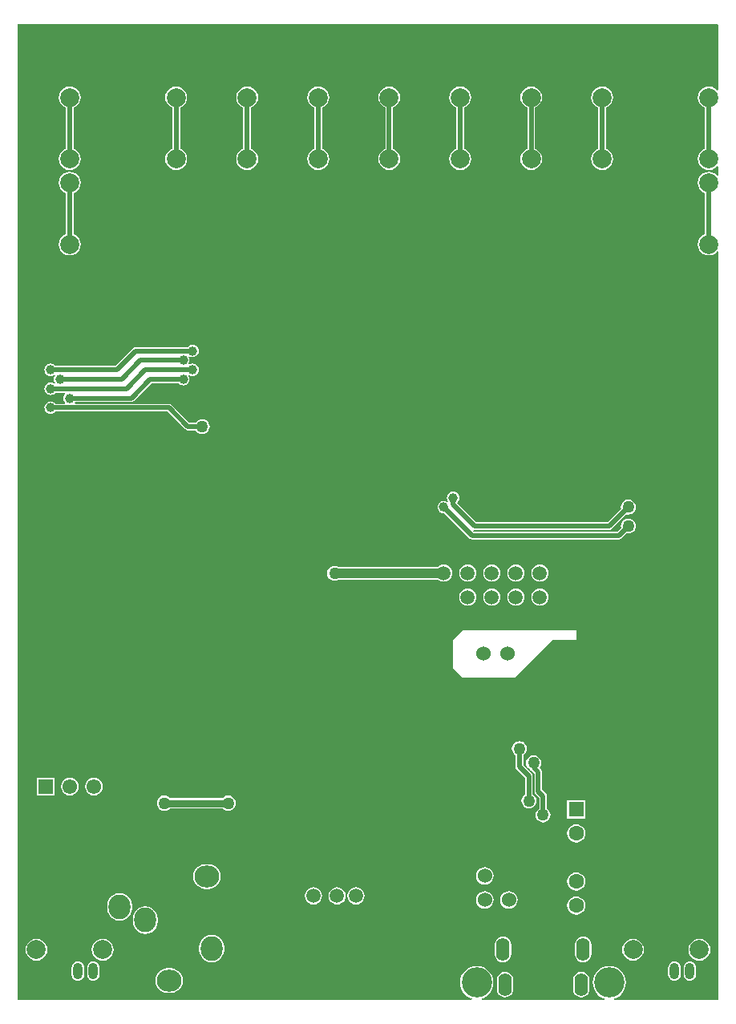
<source format=gbl>
G04 Layer_Physical_Order=2*
G04 Layer_Color=11436288*
%FSLAX25Y25*%
%MOIN*%
G70*
G01*
G75*
%ADD25C,0.01969*%
%ADD27C,0.02992*%
%ADD29C,0.03937*%
%ADD34C,0.07874*%
%ADD35O,0.03937X0.06890*%
%ADD36O,0.09055X0.10236*%
%ADD37O,0.10236X0.09055*%
%ADD38O,0.05512X0.09449*%
%ADD39C,0.12598*%
%ADD40C,0.13780*%
%ADD41C,0.05906*%
%ADD42R,0.06102X0.06102*%
%ADD43C,0.06102*%
%ADD45C,0.06000*%
%ADD46R,0.05906X0.05906*%
%ADD47C,0.23622*%
%ADD48R,0.06299X0.06299*%
%ADD49C,0.06299*%
%ADD50C,0.05000*%
%ADD51C,0.03937*%
%ADD52C,0.02756*%
%ADD53C,0.02362*%
G36*
X385827Y503583D02*
Y476525D01*
X385353Y476364D01*
X385125Y476661D01*
X384178Y477388D01*
X383074Y477845D01*
X381890Y478001D01*
X380705Y477845D01*
X379602Y477388D01*
X378654Y476661D01*
X377927Y475713D01*
X377469Y474610D01*
X377313Y473425D01*
X377469Y472241D01*
X377927Y471137D01*
X378654Y470189D01*
X379602Y469462D01*
X380274Y469183D01*
Y452076D01*
X379602Y451798D01*
X378654Y451070D01*
X377927Y450123D01*
X377469Y449019D01*
X377313Y447834D01*
X377469Y446650D01*
X377927Y445546D01*
X378654Y444599D01*
X379602Y443871D01*
X380705Y443414D01*
X381890Y443258D01*
X383074Y443414D01*
X384178Y443871D01*
X385125Y444599D01*
X385353Y444896D01*
X385827Y444735D01*
Y441092D01*
X385353Y440931D01*
X385125Y441228D01*
X384178Y441955D01*
X383074Y442412D01*
X381890Y442568D01*
X380705Y442412D01*
X379602Y441955D01*
X378654Y441228D01*
X377926Y440280D01*
X377469Y439176D01*
X377313Y437992D01*
X377469Y436808D01*
X377926Y435704D01*
X378654Y434756D01*
X379602Y434029D01*
X380274Y433750D01*
Y416643D01*
X379602Y416364D01*
X378654Y415637D01*
X377926Y414689D01*
X377469Y413586D01*
X377313Y412401D01*
X377469Y411217D01*
X377926Y410113D01*
X378654Y409166D01*
X379602Y408438D01*
X380705Y407981D01*
X381890Y407825D01*
X383074Y407981D01*
X384178Y408438D01*
X385125Y409166D01*
X385353Y409463D01*
X385827Y409302D01*
X385827Y98425D01*
X342679Y98425D01*
X342605Y98925D01*
X343204Y99107D01*
X344403Y99748D01*
X345453Y100610D01*
X346315Y101660D01*
X346956Y102859D01*
X347351Y104159D01*
X347484Y105512D01*
X347351Y106864D01*
X346956Y108165D01*
X346315Y109363D01*
X345453Y110414D01*
X344403Y111276D01*
X343204Y111917D01*
X341904Y112311D01*
X340551Y112444D01*
X339199Y112311D01*
X337898Y111917D01*
X336700Y111276D01*
X335649Y110414D01*
X334787Y109363D01*
X334146Y108165D01*
X333752Y106864D01*
X333618Y105512D01*
X333752Y104159D01*
X334146Y102859D01*
X334787Y101660D01*
X335649Y100610D01*
X336700Y99748D01*
X337898Y99107D01*
X338497Y98925D01*
X338423Y98425D01*
X287561D01*
X287487Y98925D01*
X288086Y99107D01*
X289284Y99748D01*
X290335Y100610D01*
X291197Y101660D01*
X291838Y102859D01*
X292232Y104159D01*
X292366Y105512D01*
X292232Y106864D01*
X291838Y108165D01*
X291197Y109363D01*
X290335Y110414D01*
X289284Y111276D01*
X288086Y111917D01*
X286785Y112311D01*
X285433Y112444D01*
X284081Y112311D01*
X282780Y111917D01*
X281581Y111276D01*
X280531Y110414D01*
X279669Y109363D01*
X279028Y108165D01*
X278634Y106864D01*
X278500Y105512D01*
X278634Y104159D01*
X279028Y102859D01*
X279669Y101660D01*
X280531Y100610D01*
X281581Y99748D01*
X282780Y99107D01*
X283379Y98925D01*
X283305Y98425D01*
X94841Y98425D01*
X94488Y98779D01*
X94488Y503937D01*
X385473Y503937D01*
X385827Y503583D01*
D02*
G37*
%LPC*%
G36*
X288740Y143552D02*
X287800Y143429D01*
X286925Y143066D01*
X286173Y142489D01*
X285596Y141737D01*
X285233Y140861D01*
X285109Y139921D01*
X285233Y138981D01*
X285596Y138106D01*
X286173Y137354D01*
X286925Y136777D01*
X287800Y136414D01*
X288740Y136290D01*
X289680Y136414D01*
X290556Y136777D01*
X291308Y137354D01*
X291885Y138106D01*
X292248Y138981D01*
X292371Y139921D01*
X292248Y140861D01*
X291885Y141737D01*
X291308Y142489D01*
X290556Y143066D01*
X289680Y143429D01*
X288740Y143552D01*
D02*
G37*
G36*
X298740D02*
X297800Y143429D01*
X296925Y143066D01*
X296173Y142489D01*
X295596Y141737D01*
X295233Y140861D01*
X295109Y139921D01*
X295233Y138981D01*
X295596Y138106D01*
X296173Y137354D01*
X296925Y136777D01*
X297800Y136414D01*
X298740Y136290D01*
X299680Y136414D01*
X300556Y136777D01*
X301308Y137354D01*
X301885Y138106D01*
X302248Y138981D01*
X302371Y139921D01*
X302248Y140861D01*
X301885Y141737D01*
X301308Y142489D01*
X300556Y143066D01*
X299680Y143429D01*
X298740Y143552D01*
D02*
G37*
G36*
X217520Y145158D02*
X216592Y145036D01*
X215728Y144678D01*
X214986Y144109D01*
X214416Y143367D01*
X214058Y142502D01*
X213936Y141575D01*
X214058Y140647D01*
X214416Y139783D01*
X214986Y139041D01*
X215728Y138471D01*
X216592Y138113D01*
X217520Y137991D01*
X218447Y138113D01*
X219311Y138471D01*
X220054Y139041D01*
X220623Y139783D01*
X220981Y140647D01*
X221103Y141575D01*
X220981Y142502D01*
X220623Y143367D01*
X220054Y144109D01*
X219311Y144678D01*
X218447Y145036D01*
X217520Y145158D01*
D02*
G37*
G36*
X147638Y137258D02*
X146299Y137082D01*
X145052Y136565D01*
X143981Y135743D01*
X143159Y134672D01*
X142642Y133425D01*
X142466Y132087D01*
Y130905D01*
X142642Y129567D01*
X143159Y128320D01*
X143981Y127248D01*
X145052Y126426D01*
X146299Y125910D01*
X147638Y125734D01*
X148976Y125910D01*
X150224Y126426D01*
X151295Y127248D01*
X152117Y128320D01*
X152633Y129567D01*
X152810Y130905D01*
Y132087D01*
X152633Y133425D01*
X152117Y134672D01*
X151295Y135743D01*
X150224Y136565D01*
X148976Y137082D01*
X147638Y137258D01*
D02*
G37*
G36*
X137008Y142770D02*
X135669Y142594D01*
X134422Y142077D01*
X133351Y141255D01*
X132529Y140184D01*
X132012Y138937D01*
X131836Y137598D01*
Y136417D01*
X132012Y135079D01*
X132529Y133831D01*
X133351Y132760D01*
X134422Y131938D01*
X135669Y131422D01*
X137008Y131245D01*
X138346Y131422D01*
X139594Y131938D01*
X140665Y132760D01*
X141487Y133831D01*
X142003Y135079D01*
X142180Y136417D01*
Y137598D01*
X142003Y138937D01*
X141487Y140184D01*
X140665Y141255D01*
X139594Y142077D01*
X138346Y142594D01*
X137008Y142770D01*
D02*
G37*
G36*
X326771Y141262D02*
X325793Y141133D01*
X324881Y140755D01*
X324097Y140155D01*
X323496Y139371D01*
X323118Y138459D01*
X322990Y137480D01*
X323118Y136501D01*
X323496Y135589D01*
X324097Y134806D01*
X324881Y134205D01*
X325793Y133827D01*
X326771Y133698D01*
X327750Y133827D01*
X328662Y134205D01*
X329446Y134806D01*
X330047Y135589D01*
X330425Y136501D01*
X330554Y137480D01*
X330425Y138459D01*
X330047Y139371D01*
X329446Y140155D01*
X328662Y140755D01*
X327750Y141133D01*
X326771Y141262D01*
D02*
G37*
G36*
X227362Y145158D02*
X226435Y145036D01*
X225571Y144678D01*
X224828Y144109D01*
X224259Y143367D01*
X223901Y142502D01*
X223779Y141575D01*
X223901Y140647D01*
X224259Y139783D01*
X224828Y139041D01*
X225571Y138471D01*
X226435Y138113D01*
X227362Y137991D01*
X228290Y138113D01*
X229154Y138471D01*
X229896Y139041D01*
X230466Y139783D01*
X230823Y140647D01*
X230946Y141575D01*
X230823Y142502D01*
X230466Y143367D01*
X229896Y144109D01*
X229154Y144678D01*
X228290Y145036D01*
X227362Y145158D01*
D02*
G37*
G36*
X288740Y153552D02*
X287800Y153429D01*
X286925Y153066D01*
X286173Y152489D01*
X285596Y151737D01*
X285233Y150861D01*
X285109Y149921D01*
X285233Y148981D01*
X285596Y148106D01*
X286173Y147354D01*
X286925Y146777D01*
X287800Y146414D01*
X288740Y146290D01*
X289680Y146414D01*
X290556Y146777D01*
X291308Y147354D01*
X291885Y148106D01*
X292248Y148981D01*
X292371Y149921D01*
X292248Y150861D01*
X291885Y151737D01*
X291308Y152489D01*
X290556Y153066D01*
X289680Y153429D01*
X288740Y153552D01*
D02*
G37*
G36*
X326771Y171262D02*
X325793Y171133D01*
X324881Y170756D01*
X324097Y170155D01*
X323496Y169371D01*
X323118Y168459D01*
X322990Y167480D01*
X323118Y166501D01*
X323496Y165589D01*
X324097Y164806D01*
X324881Y164205D01*
X325793Y163827D01*
X326771Y163698D01*
X327750Y163827D01*
X328662Y164205D01*
X329446Y164806D01*
X330047Y165589D01*
X330425Y166501D01*
X330554Y167480D01*
X330425Y168459D01*
X330047Y169371D01*
X329446Y170155D01*
X328662Y170756D01*
X327750Y171133D01*
X326771Y171262D01*
D02*
G37*
G36*
X309055Y199977D02*
X308246Y199871D01*
X307492Y199558D01*
X306844Y199061D01*
X306347Y198414D01*
X306035Y197660D01*
X305928Y196850D01*
X306035Y196041D01*
X306347Y195287D01*
X306844Y194639D01*
X307492Y194142D01*
X307702Y194055D01*
X307913Y193740D01*
X309408Y192244D01*
Y185039D01*
X309531Y184421D01*
X309881Y183897D01*
X311377Y182402D01*
Y177865D01*
X310781Y177408D01*
X310284Y176760D01*
X309972Y176006D01*
X309865Y175197D01*
X309972Y174388D01*
X310284Y173633D01*
X310781Y172986D01*
X311429Y172489D01*
X312183Y172177D01*
X312992Y172070D01*
X313801Y172177D01*
X314555Y172489D01*
X315203Y172986D01*
X315700Y173633D01*
X316012Y174388D01*
X316119Y175197D01*
X316012Y176006D01*
X315700Y176760D01*
X315203Y177408D01*
X314607Y177865D01*
Y183071D01*
X314484Y183689D01*
X314134Y184213D01*
X314134Y184213D01*
X312639Y185708D01*
Y192913D01*
X312516Y193531D01*
X312166Y194055D01*
X311403Y194818D01*
X311763Y195287D01*
X312075Y196041D01*
X312182Y196850D01*
X312075Y197660D01*
X311763Y198414D01*
X311266Y199061D01*
X310618Y199558D01*
X309864Y199871D01*
X309055Y199977D01*
D02*
G37*
G36*
X235236Y145158D02*
X234309Y145036D01*
X233444Y144678D01*
X232702Y144109D01*
X232133Y143367D01*
X231775Y142502D01*
X231653Y141575D01*
X231775Y140647D01*
X232133Y139783D01*
X232702Y139041D01*
X233444Y138471D01*
X234309Y138113D01*
X235236Y137991D01*
X236164Y138113D01*
X237028Y138471D01*
X237770Y139041D01*
X238340Y139783D01*
X238698Y140647D01*
X238820Y141575D01*
X238698Y142502D01*
X238340Y143367D01*
X237770Y144109D01*
X237028Y144678D01*
X236164Y145036D01*
X235236Y145158D01*
D02*
G37*
G36*
X326771Y151262D02*
X325793Y151133D01*
X324881Y150756D01*
X324097Y150154D01*
X323496Y149371D01*
X323118Y148459D01*
X322990Y147480D01*
X323118Y146501D01*
X323496Y145589D01*
X324097Y144806D01*
X324881Y144205D01*
X325793Y143827D01*
X326771Y143698D01*
X327750Y143827D01*
X328662Y144205D01*
X329446Y144806D01*
X330047Y145589D01*
X330425Y146501D01*
X330554Y147480D01*
X330425Y148459D01*
X330047Y149371D01*
X329446Y150154D01*
X328662Y150756D01*
X327750Y151133D01*
X326771Y151262D01*
D02*
G37*
G36*
X173819Y154778D02*
X172638D01*
X171299Y154602D01*
X170052Y154085D01*
X168981Y153263D01*
X168159Y152192D01*
X167642Y150945D01*
X167466Y149606D01*
X167642Y148268D01*
X168159Y147020D01*
X168981Y145949D01*
X170052Y145127D01*
X171299Y144611D01*
X172638Y144434D01*
X173819D01*
X175157Y144611D01*
X176405Y145127D01*
X177476Y145949D01*
X178298Y147020D01*
X178814Y148268D01*
X178991Y149606D01*
X178814Y150945D01*
X178298Y152192D01*
X177476Y153263D01*
X176405Y154085D01*
X175157Y154602D01*
X173819Y154778D01*
D02*
G37*
G36*
X377953Y123710D02*
X376768Y123554D01*
X375665Y123097D01*
X374717Y122370D01*
X373990Y121422D01*
X373532Y120318D01*
X373376Y119134D01*
X373532Y117949D01*
X373990Y116846D01*
X374717Y115898D01*
X375665Y115171D01*
X376768Y114714D01*
X377953Y114558D01*
X379137Y114714D01*
X380241Y115171D01*
X381189Y115898D01*
X381916Y116846D01*
X382373Y117949D01*
X382529Y119134D01*
X382373Y120318D01*
X381916Y121422D01*
X381189Y122370D01*
X380241Y123097D01*
X379137Y123554D01*
X377953Y123710D01*
D02*
G37*
G36*
X119587Y114303D02*
X118916Y114215D01*
X118291Y113956D01*
X117755Y113544D01*
X117343Y113008D01*
X117084Y112383D01*
X116996Y111713D01*
Y108760D01*
X117084Y108089D01*
X117343Y107464D01*
X117755Y106928D01*
X118291Y106516D01*
X118916Y106257D01*
X119587Y106169D01*
X120257Y106257D01*
X120882Y106516D01*
X121418Y106928D01*
X121830Y107464D01*
X122089Y108089D01*
X122177Y108760D01*
Y111713D01*
X122089Y112383D01*
X121830Y113008D01*
X121418Y113544D01*
X120882Y113956D01*
X120257Y114215D01*
X119587Y114303D01*
D02*
G37*
G36*
X125984D02*
X125314Y114215D01*
X124689Y113956D01*
X124152Y113544D01*
X123741Y113008D01*
X123482Y112383D01*
X123393Y111713D01*
Y108760D01*
X123482Y108089D01*
X123741Y107464D01*
X124152Y106928D01*
X124689Y106516D01*
X125314Y106257D01*
X125984Y106169D01*
X126655Y106257D01*
X127279Y106516D01*
X127816Y106928D01*
X128228Y107464D01*
X128487Y108089D01*
X128575Y108760D01*
Y111713D01*
X128487Y112383D01*
X128228Y113008D01*
X127816Y113544D01*
X127279Y113956D01*
X126655Y114215D01*
X125984Y114303D01*
D02*
G37*
G36*
X367618D02*
X366948Y114215D01*
X366323Y113956D01*
X365786Y113544D01*
X365374Y113008D01*
X365116Y112383D01*
X365027Y111713D01*
Y108760D01*
X365116Y108089D01*
X365374Y107464D01*
X365786Y106928D01*
X366323Y106516D01*
X366948Y106257D01*
X367618Y106169D01*
X368288Y106257D01*
X368913Y106516D01*
X369450Y106928D01*
X369862Y107464D01*
X370120Y108089D01*
X370209Y108760D01*
Y111713D01*
X370120Y112383D01*
X369862Y113008D01*
X369450Y113544D01*
X368913Y113956D01*
X368288Y114215D01*
X367618Y114303D01*
D02*
G37*
G36*
X297106Y110078D02*
X296230Y109962D01*
X295414Y109624D01*
X294713Y109086D01*
X294175Y108385D01*
X293837Y107569D01*
X293721Y106693D01*
Y102756D01*
X293837Y101880D01*
X294175Y101063D01*
X294713Y100362D01*
X295414Y99824D01*
X296230Y99486D01*
X297106Y99371D01*
X297982Y99486D01*
X298799Y99824D01*
X299500Y100362D01*
X300038Y101063D01*
X300376Y101880D01*
X300491Y102756D01*
Y106693D01*
X300376Y107569D01*
X300038Y108385D01*
X299500Y109086D01*
X298799Y109624D01*
X297982Y109962D01*
X297106Y110078D01*
D02*
G37*
G36*
X328878D02*
X328002Y109962D01*
X327185Y109624D01*
X326484Y109086D01*
X325946Y108385D01*
X325608Y107569D01*
X325493Y106693D01*
Y102756D01*
X325608Y101880D01*
X325946Y101063D01*
X326484Y100362D01*
X327185Y99824D01*
X328002Y99486D01*
X328878Y99371D01*
X329754Y99486D01*
X330570Y99824D01*
X331271Y100362D01*
X331809Y101063D01*
X332147Y101880D01*
X332263Y102756D01*
Y106693D01*
X332147Y107569D01*
X331809Y108385D01*
X331271Y109086D01*
X330570Y109624D01*
X329754Y109962D01*
X328878Y110078D01*
D02*
G37*
G36*
X158071Y111471D02*
X156890D01*
X155551Y111295D01*
X154304Y110778D01*
X153233Y109956D01*
X152411Y108885D01*
X151894Y107638D01*
X151718Y106299D01*
X151894Y104961D01*
X152411Y103713D01*
X153233Y102642D01*
X154304Y101820D01*
X155551Y101304D01*
X156890Y101127D01*
X158071D01*
X159409Y101304D01*
X160657Y101820D01*
X161728Y102642D01*
X162550Y103713D01*
X163066Y104961D01*
X163243Y106299D01*
X163066Y107638D01*
X162550Y108885D01*
X161728Y109956D01*
X160657Y110778D01*
X159409Y111295D01*
X158071Y111471D01*
D02*
G37*
G36*
X374016Y114303D02*
X373345Y114215D01*
X372720Y113956D01*
X372184Y113544D01*
X371772Y113008D01*
X371513Y112383D01*
X371425Y111713D01*
Y108760D01*
X371513Y108089D01*
X371772Y107464D01*
X372184Y106928D01*
X372720Y106516D01*
X373345Y106257D01*
X374016Y106169D01*
X374686Y106257D01*
X375311Y106516D01*
X375848Y106928D01*
X376259Y107464D01*
X376518Y108089D01*
X376606Y108760D01*
Y111713D01*
X376518Y112383D01*
X376259Y113008D01*
X375848Y113544D01*
X375311Y113956D01*
X374686Y114215D01*
X374016Y114303D01*
D02*
G37*
G36*
X102362Y123710D02*
X101178Y123554D01*
X100074Y123097D01*
X99126Y122370D01*
X98399Y121422D01*
X97942Y120318D01*
X97786Y119134D01*
X97942Y117949D01*
X98399Y116846D01*
X99126Y115898D01*
X100074Y115171D01*
X101178Y114714D01*
X102362Y114558D01*
X103547Y114714D01*
X104650Y115171D01*
X105598Y115898D01*
X106325Y116846D01*
X106782Y117949D01*
X106938Y119134D01*
X106782Y120318D01*
X106325Y121422D01*
X105598Y122370D01*
X104650Y123097D01*
X103547Y123554D01*
X102362Y123710D01*
D02*
G37*
G36*
X129921D02*
X128737Y123554D01*
X127633Y123097D01*
X126685Y122370D01*
X125958Y121422D01*
X125501Y120318D01*
X125345Y119134D01*
X125501Y117949D01*
X125958Y116846D01*
X126685Y115898D01*
X127633Y115171D01*
X128737Y114714D01*
X129921Y114558D01*
X131106Y114714D01*
X132209Y115171D01*
X133157Y115898D01*
X133884Y116846D01*
X134341Y117949D01*
X134497Y119134D01*
X134341Y120318D01*
X133884Y121422D01*
X133157Y122370D01*
X132209Y123097D01*
X131106Y123554D01*
X129921Y123710D01*
D02*
G37*
G36*
X350394D02*
X349209Y123554D01*
X348106Y123097D01*
X347158Y122370D01*
X346430Y121422D01*
X345973Y120318D01*
X345817Y119134D01*
X345973Y117949D01*
X346430Y116846D01*
X347158Y115898D01*
X348106Y115171D01*
X349209Y114714D01*
X350394Y114558D01*
X351578Y114714D01*
X352682Y115171D01*
X353629Y115898D01*
X354357Y116846D01*
X354814Y117949D01*
X354970Y119134D01*
X354814Y120318D01*
X354357Y121422D01*
X353629Y122370D01*
X352682Y123097D01*
X351578Y123554D01*
X350394Y123710D01*
D02*
G37*
G36*
X175197Y125447D02*
X173858Y125271D01*
X172611Y124754D01*
X171540Y123933D01*
X170718Y122861D01*
X170201Y121614D01*
X170025Y120275D01*
Y119094D01*
X170201Y117756D01*
X170718Y116508D01*
X171540Y115437D01*
X172611Y114615D01*
X173858Y114099D01*
X175197Y113923D01*
X176535Y114099D01*
X177783Y114615D01*
X178854Y115437D01*
X179676Y116508D01*
X180192Y117756D01*
X180369Y119094D01*
Y120275D01*
X180192Y121614D01*
X179676Y122861D01*
X178854Y123933D01*
X177783Y124754D01*
X176535Y125271D01*
X175197Y125447D01*
D02*
G37*
G36*
X296319Y124645D02*
X295443Y124529D01*
X294626Y124191D01*
X293925Y123653D01*
X293387Y122952D01*
X293049Y122136D01*
X292934Y121260D01*
Y117323D01*
X293049Y116447D01*
X293387Y115630D01*
X293925Y114929D01*
X294626Y114391D01*
X295443Y114053D01*
X296319Y113938D01*
X297195Y114053D01*
X298011Y114391D01*
X298712Y114929D01*
X299250Y115630D01*
X299588Y116447D01*
X299704Y117323D01*
Y121260D01*
X299588Y122136D01*
X299250Y122952D01*
X298712Y123653D01*
X298011Y124191D01*
X297195Y124529D01*
X296319Y124645D01*
D02*
G37*
G36*
X329665D02*
X328789Y124529D01*
X327973Y124191D01*
X327272Y123653D01*
X326734Y122952D01*
X326396Y122136D01*
X326280Y121260D01*
Y117323D01*
X326396Y116447D01*
X326734Y115630D01*
X327272Y114929D01*
X327973Y114391D01*
X328789Y114053D01*
X329665Y113938D01*
X330541Y114053D01*
X331358Y114391D01*
X332059Y114929D01*
X332597Y115630D01*
X332935Y116447D01*
X333050Y117323D01*
Y121260D01*
X332935Y122136D01*
X332597Y122952D01*
X332059Y123653D01*
X331358Y124191D01*
X330541Y124529D01*
X329665Y124645D01*
D02*
G37*
G36*
X167323Y370701D02*
X166652Y370613D01*
X166027Y370354D01*
X165491Y369942D01*
X165325Y369725D01*
X143701D01*
X143082Y369602D01*
X142559Y369252D01*
X135158Y361851D01*
X110266D01*
X110099Y362068D01*
X109563Y362480D01*
X108938Y362738D01*
X108267Y362827D01*
X107597Y362738D01*
X106972Y362480D01*
X106436Y362068D01*
X106024Y361531D01*
X105765Y360907D01*
X105677Y360236D01*
X105765Y359566D01*
X106024Y358941D01*
X106436Y358404D01*
X106972Y357993D01*
X107597Y357734D01*
X108267Y357646D01*
X108938Y357734D01*
X109563Y357993D01*
X109741Y358129D01*
X110098Y357773D01*
X109961Y357594D01*
X109702Y356970D01*
X109614Y356299D01*
X109702Y355629D01*
X109961Y355004D01*
X110098Y354826D01*
X109741Y354469D01*
X109563Y354606D01*
X108938Y354865D01*
X108268Y354953D01*
X107597Y354865D01*
X106972Y354606D01*
X106436Y354194D01*
X106024Y353657D01*
X105765Y353033D01*
X105677Y352362D01*
X105765Y351692D01*
X106024Y351067D01*
X106436Y350530D01*
X106972Y350118D01*
X107597Y349860D01*
X108268Y349771D01*
X108938Y349860D01*
X109563Y350118D01*
X110099Y350530D01*
X110266Y350747D01*
X114127D01*
X114295Y350295D01*
X114302Y350247D01*
X113898Y349720D01*
X113639Y349096D01*
X113551Y348425D01*
X113639Y347755D01*
X113898Y347130D01*
X114302Y346603D01*
X114295Y346555D01*
X114127Y346103D01*
X110266D01*
X110099Y346320D01*
X109563Y346732D01*
X108938Y346990D01*
X108268Y347079D01*
X107597Y346990D01*
X106972Y346732D01*
X106436Y346320D01*
X106024Y345783D01*
X105765Y345159D01*
X105677Y344488D01*
X105765Y343818D01*
X106024Y343193D01*
X106436Y342656D01*
X106972Y342245D01*
X107597Y341986D01*
X108268Y341897D01*
X108938Y341986D01*
X109563Y342245D01*
X110099Y342656D01*
X110266Y342873D01*
X156811D01*
X164212Y335472D01*
X164736Y335122D01*
X165354Y334999D01*
X168592D01*
X169049Y334403D01*
X169696Y333906D01*
X170450Y333594D01*
X171260Y333487D01*
X172069Y333594D01*
X172823Y333906D01*
X173471Y334403D01*
X173968Y335051D01*
X174280Y335805D01*
X174386Y336614D01*
X174280Y337423D01*
X173968Y338177D01*
X173471Y338825D01*
X172823Y339322D01*
X172069Y339634D01*
X171260Y339741D01*
X170450Y339634D01*
X169696Y339322D01*
X169049Y338825D01*
X168592Y338229D01*
X166023D01*
X158622Y345630D01*
X158098Y345980D01*
X157480Y346103D01*
X118512D01*
X118244Y346603D01*
X118371Y346795D01*
X118395Y346810D01*
X141732D01*
X142350Y346933D01*
X142874Y347283D01*
X150275Y354684D01*
X161388D01*
X161554Y354467D01*
X162090Y354056D01*
X162715Y353797D01*
X163386Y353709D01*
X164056Y353797D01*
X164681Y354056D01*
X165217Y354467D01*
X165629Y355004D01*
X165888Y355629D01*
X165976Y356299D01*
X165888Y356970D01*
X165629Y357594D01*
X165492Y357773D01*
X165849Y358129D01*
X166027Y357993D01*
X166652Y357734D01*
X167323Y357646D01*
X167993Y357734D01*
X168618Y357993D01*
X169155Y358404D01*
X169566Y358941D01*
X169825Y359566D01*
X169913Y360236D01*
X169825Y360907D01*
X169566Y361531D01*
X169155Y362068D01*
X168618Y362480D01*
X167993Y362738D01*
X167323Y362827D01*
X166652Y362738D01*
X166027Y362480D01*
X165849Y362343D01*
X165492Y362699D01*
X165629Y362878D01*
X165888Y363503D01*
X165976Y364173D01*
X165888Y364844D01*
X165629Y365469D01*
X165492Y365647D01*
X165849Y366003D01*
X166027Y365867D01*
X166652Y365608D01*
X167323Y365519D01*
X167993Y365608D01*
X168618Y365867D01*
X169155Y366278D01*
X169566Y366815D01*
X169825Y367440D01*
X169913Y368110D01*
X169825Y368781D01*
X169566Y369406D01*
X169155Y369942D01*
X168618Y370354D01*
X167993Y370613D01*
X167323Y370701D01*
D02*
G37*
G36*
X116141Y442568D02*
X114957Y442412D01*
X113854Y441955D01*
X112906Y441228D01*
X112179Y440280D01*
X111721Y439176D01*
X111565Y437992D01*
X111721Y436808D01*
X112179Y435704D01*
X112906Y434756D01*
X113854Y434029D01*
X114526Y433750D01*
Y416643D01*
X113854Y416364D01*
X112906Y415637D01*
X112179Y414689D01*
X111721Y413586D01*
X111565Y412401D01*
X111721Y411217D01*
X112179Y410113D01*
X112906Y409166D01*
X113854Y408438D01*
X114957Y407981D01*
X116141Y407825D01*
X117326Y407981D01*
X118430Y408438D01*
X119377Y409166D01*
X120105Y410113D01*
X120562Y411217D01*
X120718Y412401D01*
X120562Y413586D01*
X120105Y414689D01*
X119377Y415637D01*
X118430Y416364D01*
X117757Y416643D01*
Y433750D01*
X118430Y434029D01*
X119377Y434756D01*
X120105Y435704D01*
X120562Y436808D01*
X120718Y437992D01*
X120562Y439176D01*
X120105Y440280D01*
X119377Y441228D01*
X118430Y441955D01*
X117326Y442412D01*
X116141Y442568D01*
D02*
G37*
G36*
X160433Y478001D02*
X159248Y477845D01*
X158145Y477388D01*
X157197Y476661D01*
X156470Y475713D01*
X156013Y474610D01*
X155857Y473425D01*
X156013Y472241D01*
X156470Y471137D01*
X157197Y470189D01*
X158145Y469462D01*
X158818Y469183D01*
Y452076D01*
X158145Y451798D01*
X157197Y451070D01*
X156470Y450123D01*
X156013Y449019D01*
X155857Y447834D01*
X156013Y446650D01*
X156470Y445546D01*
X157197Y444599D01*
X158145Y443871D01*
X159248Y443414D01*
X160433Y443258D01*
X161617Y443414D01*
X162721Y443871D01*
X163669Y444599D01*
X164396Y445546D01*
X164853Y446650D01*
X165009Y447834D01*
X164853Y449019D01*
X164396Y450123D01*
X163669Y451070D01*
X162721Y451798D01*
X162048Y452076D01*
Y469183D01*
X162721Y469462D01*
X163669Y470189D01*
X164396Y471137D01*
X164853Y472241D01*
X165009Y473425D01*
X164853Y474610D01*
X164396Y475713D01*
X163669Y476661D01*
X162721Y477388D01*
X161617Y477845D01*
X160433Y478001D01*
D02*
G37*
G36*
X311653Y279331D02*
X310726Y279209D01*
X309862Y278851D01*
X309120Y278282D01*
X308550Y277540D01*
X308192Y276676D01*
X308070Y275748D01*
X308192Y274821D01*
X308550Y273956D01*
X309120Y273214D01*
X309862Y272645D01*
X310726Y272287D01*
X311653Y272165D01*
X312581Y272287D01*
X313445Y272645D01*
X314187Y273214D01*
X314757Y273956D01*
X315115Y274821D01*
X315237Y275748D01*
X315115Y276676D01*
X314757Y277540D01*
X314187Y278282D01*
X313445Y278851D01*
X312581Y279209D01*
X311653Y279331D01*
D02*
G37*
G36*
X271654D02*
X270726Y279209D01*
X269862Y278851D01*
X269120Y278282D01*
X269042Y278181D01*
X228094D01*
X227941Y278298D01*
X227187Y278611D01*
X226378Y278717D01*
X225569Y278611D01*
X224815Y278298D01*
X224167Y277801D01*
X223670Y277154D01*
X223358Y276400D01*
X223251Y275590D01*
X223358Y274781D01*
X223670Y274027D01*
X224167Y273380D01*
X224815Y272883D01*
X225569Y272570D01*
X226378Y272464D01*
X227187Y272570D01*
X227941Y272883D01*
X228094Y273000D01*
X269399D01*
X269862Y272645D01*
X270726Y272287D01*
X271654Y272165D01*
X272581Y272287D01*
X273445Y272645D01*
X274187Y273214D01*
X274757Y273956D01*
X275115Y274821D01*
X275237Y275748D01*
X275115Y276676D01*
X274757Y277540D01*
X274187Y278282D01*
X273445Y278851D01*
X272581Y279209D01*
X271654Y279331D01*
D02*
G37*
G36*
X275590Y309677D02*
X274920Y309589D01*
X274295Y309330D01*
X273759Y308918D01*
X273347Y308382D01*
X273088Y307757D01*
X273000Y307086D01*
X273088Y306416D01*
X273347Y305791D01*
X273484Y305613D01*
X273127Y305256D01*
X272949Y305393D01*
X272324Y305652D01*
X271653Y305740D01*
X270983Y305652D01*
X270358Y305393D01*
X269822Y304981D01*
X269410Y304445D01*
X269151Y303820D01*
X269063Y303150D01*
X269151Y302479D01*
X269410Y301854D01*
X269822Y301318D01*
X270358Y300906D01*
X270983Y300647D01*
X271653Y300559D01*
X271924Y300594D01*
X282322Y290196D01*
X282672Y289962D01*
X282846Y289846D01*
X283464Y289723D01*
X344488D01*
X345106Y289846D01*
X345630Y290196D01*
X347681Y292247D01*
X348425Y292149D01*
X349234Y292255D01*
X349989Y292568D01*
X350636Y293064D01*
X351133Y293712D01*
X351445Y294466D01*
X351552Y295275D01*
X351445Y296085D01*
X351133Y296839D01*
X350636Y297486D01*
X349989Y297983D01*
X349234Y298296D01*
X348425Y298402D01*
X347616Y298296D01*
X346862Y297983D01*
X346214Y297486D01*
X345717Y296839D01*
X345405Y296085D01*
X345298Y295275D01*
X345396Y294531D01*
X343819Y292954D01*
X284143D01*
X283845Y293323D01*
X284059Y293738D01*
X284449Y293660D01*
X340551D01*
X341169Y293783D01*
X341693Y294133D01*
X347681Y300121D01*
X348425Y300023D01*
X349234Y300129D01*
X349989Y300442D01*
X350636Y300939D01*
X351133Y301586D01*
X351445Y302340D01*
X351552Y303150D01*
X351445Y303959D01*
X351133Y304713D01*
X350636Y305361D01*
X349989Y305857D01*
X349234Y306170D01*
X348425Y306276D01*
X347616Y306170D01*
X346862Y305857D01*
X346214Y305361D01*
X345717Y304713D01*
X345405Y303959D01*
X345298Y303150D01*
X345396Y302405D01*
X339882Y296891D01*
X285118D01*
X277358Y304651D01*
X277387Y305228D01*
X277422Y305255D01*
X277834Y305791D01*
X278093Y306416D01*
X278181Y307086D01*
X278093Y307757D01*
X277834Y308382D01*
X277422Y308918D01*
X276886Y309330D01*
X276261Y309589D01*
X275590Y309677D01*
D02*
G37*
G36*
X189960Y478001D02*
X188776Y477845D01*
X187672Y477388D01*
X186725Y476661D01*
X185997Y475713D01*
X185540Y474610D01*
X185384Y473425D01*
X185540Y472241D01*
X185997Y471137D01*
X186725Y470189D01*
X187672Y469462D01*
X188345Y469183D01*
Y452076D01*
X187672Y451798D01*
X186725Y451070D01*
X185997Y450123D01*
X185540Y449019D01*
X185384Y447834D01*
X185540Y446650D01*
X185997Y445546D01*
X186725Y444599D01*
X187672Y443871D01*
X188776Y443414D01*
X189960Y443258D01*
X191145Y443414D01*
X192248Y443871D01*
X193196Y444599D01*
X193923Y445546D01*
X194381Y446650D01*
X194537Y447834D01*
X194381Y449019D01*
X193923Y450123D01*
X193196Y451070D01*
X192248Y451798D01*
X191576Y452076D01*
Y469183D01*
X192248Y469462D01*
X193196Y470189D01*
X193923Y471137D01*
X194381Y472241D01*
X194537Y473425D01*
X194381Y474610D01*
X193923Y475713D01*
X193196Y476661D01*
X192248Y477388D01*
X191145Y477845D01*
X189960Y478001D01*
D02*
G37*
G36*
X308071D02*
X306886Y477845D01*
X305783Y477388D01*
X304835Y476661D01*
X304108Y475713D01*
X303650Y474610D01*
X303495Y473425D01*
X303650Y472241D01*
X304108Y471137D01*
X304835Y470189D01*
X305783Y469462D01*
X306455Y469183D01*
Y452076D01*
X305783Y451798D01*
X304835Y451070D01*
X304108Y450123D01*
X303650Y449019D01*
X303495Y447834D01*
X303650Y446650D01*
X304108Y445546D01*
X304835Y444599D01*
X305783Y443871D01*
X306886Y443414D01*
X308071Y443258D01*
X309255Y443414D01*
X310359Y443871D01*
X311307Y444599D01*
X312034Y445546D01*
X312491Y446650D01*
X312647Y447834D01*
X312491Y449019D01*
X312034Y450123D01*
X311307Y451070D01*
X310359Y451798D01*
X309686Y452076D01*
Y469183D01*
X310359Y469462D01*
X311307Y470189D01*
X312034Y471137D01*
X312491Y472241D01*
X312647Y473425D01*
X312491Y474610D01*
X312034Y475713D01*
X311307Y476661D01*
X310359Y477388D01*
X309255Y477845D01*
X308071Y478001D01*
D02*
G37*
G36*
X337598D02*
X336414Y477845D01*
X335310Y477388D01*
X334362Y476661D01*
X333635Y475713D01*
X333178Y474610D01*
X333022Y473425D01*
X333178Y472241D01*
X333635Y471137D01*
X334362Y470189D01*
X335310Y469462D01*
X335983Y469183D01*
Y452076D01*
X335310Y451798D01*
X334362Y451070D01*
X333635Y450123D01*
X333178Y449019D01*
X333022Y447834D01*
X333178Y446650D01*
X333635Y445546D01*
X334362Y444599D01*
X335310Y443871D01*
X336414Y443414D01*
X337598Y443258D01*
X338783Y443414D01*
X339886Y443871D01*
X340834Y444599D01*
X341561Y445546D01*
X342019Y446650D01*
X342174Y447834D01*
X342019Y449019D01*
X341561Y450123D01*
X340834Y451070D01*
X339886Y451798D01*
X339213Y452076D01*
Y469183D01*
X339886Y469462D01*
X340834Y470189D01*
X341561Y471137D01*
X342019Y472241D01*
X342174Y473425D01*
X342019Y474610D01*
X341561Y475713D01*
X340834Y476661D01*
X339886Y477388D01*
X338783Y477845D01*
X337598Y478001D01*
D02*
G37*
G36*
X116142Y478001D02*
X114957Y477845D01*
X113854Y477388D01*
X112906Y476661D01*
X112179Y475713D01*
X111721Y474610D01*
X111565Y473425D01*
X111721Y472241D01*
X112179Y471137D01*
X112906Y470189D01*
X113854Y469462D01*
X114526Y469183D01*
Y452076D01*
X113854Y451798D01*
X112906Y451070D01*
X112179Y450123D01*
X111721Y449019D01*
X111565Y447835D01*
X111721Y446650D01*
X112179Y445547D01*
X112906Y444599D01*
X113854Y443872D01*
X114957Y443414D01*
X116142Y443258D01*
X117326Y443414D01*
X118430Y443872D01*
X119378Y444599D01*
X120105Y445547D01*
X120562Y446650D01*
X120718Y447835D01*
X120562Y449019D01*
X120105Y450123D01*
X119378Y451070D01*
X118430Y451798D01*
X117757Y452076D01*
Y469183D01*
X118430Y469462D01*
X119378Y470189D01*
X120105Y471137D01*
X120562Y472241D01*
X120718Y473425D01*
X120562Y474610D01*
X120105Y475713D01*
X119378Y476661D01*
X118430Y477388D01*
X117326Y477845D01*
X116142Y478001D01*
D02*
G37*
G36*
X219488Y478001D02*
X218304Y477845D01*
X217200Y477388D01*
X216252Y476661D01*
X215525Y475713D01*
X215068Y474610D01*
X214912Y473425D01*
X215068Y472241D01*
X215525Y471137D01*
X216252Y470189D01*
X217200Y469462D01*
X217873Y469183D01*
Y452076D01*
X217200Y451798D01*
X216252Y451070D01*
X215525Y450123D01*
X215068Y449019D01*
X214912Y447834D01*
X215068Y446650D01*
X215525Y445546D01*
X216252Y444599D01*
X217200Y443871D01*
X218304Y443414D01*
X219488Y443258D01*
X220672Y443414D01*
X221776Y443871D01*
X222724Y444599D01*
X223451Y445546D01*
X223908Y446650D01*
X224064Y447834D01*
X223908Y449019D01*
X223451Y450123D01*
X222724Y451070D01*
X221776Y451798D01*
X221103Y452076D01*
Y469183D01*
X221776Y469462D01*
X222724Y470189D01*
X223451Y471137D01*
X223908Y472241D01*
X224064Y473425D01*
X223908Y474610D01*
X223451Y475713D01*
X222724Y476661D01*
X221776Y477388D01*
X220672Y477845D01*
X219488Y478001D01*
D02*
G37*
G36*
X249015D02*
X247831Y477845D01*
X246727Y477388D01*
X245780Y476661D01*
X245053Y475713D01*
X244595Y474610D01*
X244439Y473425D01*
X244595Y472241D01*
X245053Y471137D01*
X245780Y470189D01*
X246727Y469462D01*
X247400Y469183D01*
Y452076D01*
X246727Y451798D01*
X245780Y451070D01*
X245053Y450123D01*
X244595Y449019D01*
X244439Y447834D01*
X244595Y446650D01*
X245053Y445546D01*
X245780Y444599D01*
X246727Y443871D01*
X247831Y443414D01*
X249015Y443258D01*
X250200Y443414D01*
X251304Y443871D01*
X252251Y444599D01*
X252979Y445546D01*
X253436Y446650D01*
X253592Y447834D01*
X253436Y449019D01*
X252979Y450123D01*
X252251Y451070D01*
X251304Y451798D01*
X250631Y452076D01*
Y469183D01*
X251304Y469462D01*
X252251Y470189D01*
X252979Y471137D01*
X253436Y472241D01*
X253592Y473425D01*
X253436Y474610D01*
X252979Y475713D01*
X252251Y476661D01*
X251304Y477388D01*
X250200Y477845D01*
X249015Y478001D01*
D02*
G37*
G36*
X278543D02*
X277359Y477845D01*
X276255Y477388D01*
X275307Y476661D01*
X274580Y475713D01*
X274123Y474610D01*
X273967Y473425D01*
X274123Y472241D01*
X274580Y471137D01*
X275307Y470189D01*
X276255Y469462D01*
X276928Y469183D01*
Y452076D01*
X276255Y451798D01*
X275307Y451070D01*
X274580Y450123D01*
X274123Y449019D01*
X273967Y447834D01*
X274123Y446650D01*
X274580Y445546D01*
X275307Y444599D01*
X276255Y443871D01*
X277359Y443414D01*
X278543Y443258D01*
X279728Y443414D01*
X280831Y443871D01*
X281779Y444599D01*
X282506Y445546D01*
X282963Y446650D01*
X283119Y447834D01*
X282963Y449019D01*
X282506Y450123D01*
X281779Y451070D01*
X280831Y451798D01*
X280158Y452076D01*
Y469183D01*
X280831Y469462D01*
X281779Y470189D01*
X282506Y471137D01*
X282963Y472241D01*
X283119Y473425D01*
X282963Y474610D01*
X282506Y475713D01*
X281779Y476661D01*
X280831Y477388D01*
X279728Y477845D01*
X278543Y478001D01*
D02*
G37*
G36*
X301654Y279331D02*
X300726Y279209D01*
X299862Y278851D01*
X299120Y278282D01*
X298550Y277540D01*
X298192Y276676D01*
X298070Y275748D01*
X298192Y274821D01*
X298550Y273956D01*
X299120Y273214D01*
X299862Y272645D01*
X300726Y272287D01*
X301654Y272165D01*
X302581Y272287D01*
X303445Y272645D01*
X304187Y273214D01*
X304757Y273956D01*
X305115Y274821D01*
X305237Y275748D01*
X305115Y276676D01*
X304757Y277540D01*
X304187Y278282D01*
X303445Y278851D01*
X302581Y279209D01*
X301654Y279331D01*
D02*
G37*
G36*
X116299Y190691D02*
X115346Y190565D01*
X114458Y190197D01*
X113695Y189612D01*
X113110Y188849D01*
X112742Y187961D01*
X112616Y187008D01*
X112742Y186055D01*
X113110Y185167D01*
X113695Y184404D01*
X114458Y183818D01*
X115346Y183451D01*
X116299Y183325D01*
X117252Y183451D01*
X118140Y183818D01*
X118903Y184404D01*
X119488Y185167D01*
X119856Y186055D01*
X119982Y187008D01*
X119856Y187961D01*
X119488Y188849D01*
X118903Y189612D01*
X118140Y190197D01*
X117252Y190565D01*
X116299Y190691D01*
D02*
G37*
G36*
X126299D02*
X125346Y190565D01*
X124458Y190197D01*
X123695Y189612D01*
X123110Y188849D01*
X122742Y187961D01*
X122616Y187008D01*
X122742Y186055D01*
X123110Y185167D01*
X123695Y184404D01*
X124458Y183818D01*
X125346Y183451D01*
X126299Y183325D01*
X127252Y183451D01*
X128140Y183818D01*
X128903Y184404D01*
X129488Y185167D01*
X129856Y186055D01*
X129982Y187008D01*
X129856Y187961D01*
X129488Y188849D01*
X128903Y189612D01*
X128140Y190197D01*
X127252Y190565D01*
X126299Y190691D01*
D02*
G37*
G36*
X109950Y190659D02*
X102648D01*
Y183357D01*
X109950D01*
Y190659D01*
D02*
G37*
G36*
X330521Y181230D02*
X323022D01*
Y173731D01*
X330521D01*
Y181230D01*
D02*
G37*
G36*
X303150Y205883D02*
X302340Y205776D01*
X301586Y205464D01*
X300939Y204967D01*
X300442Y204319D01*
X300129Y203565D01*
X300023Y202756D01*
X300129Y201947D01*
X300442Y201192D01*
X300939Y200545D01*
X301534Y200088D01*
Y195341D01*
X301657Y194723D01*
X302007Y194199D01*
X305471Y190735D01*
Y183770D01*
X304876Y183313D01*
X304379Y182666D01*
X304066Y181912D01*
X303960Y181102D01*
X304066Y180293D01*
X304379Y179539D01*
X304876Y178891D01*
X305523Y178394D01*
X306277Y178082D01*
X307086Y177975D01*
X307896Y178082D01*
X308650Y178394D01*
X309297Y178891D01*
X309794Y179539D01*
X310107Y180293D01*
X310213Y181102D01*
X310107Y181912D01*
X309794Y182666D01*
X309297Y183313D01*
X308702Y183770D01*
Y191404D01*
X308599Y191920D01*
X308579Y192022D01*
X308229Y192546D01*
X304765Y196010D01*
Y200088D01*
X305361Y200545D01*
X305857Y201192D01*
X306170Y201947D01*
X306276Y202756D01*
X306170Y203565D01*
X305857Y204319D01*
X305361Y204967D01*
X304713Y205464D01*
X303959Y205776D01*
X303150Y205883D01*
D02*
G37*
G36*
X182087Y183245D02*
X181277Y183138D01*
X180523Y182826D01*
X179876Y182329D01*
X179819Y182255D01*
X157779D01*
X157723Y182329D01*
X157075Y182826D01*
X156321Y183138D01*
X155512Y183245D01*
X154702Y183138D01*
X153948Y182826D01*
X153301Y182329D01*
X152804Y181681D01*
X152491Y180927D01*
X152385Y180118D01*
X152491Y179309D01*
X152804Y178555D01*
X153301Y177907D01*
X153948Y177410D01*
X154702Y177098D01*
X155512Y176991D01*
X156321Y177098D01*
X157075Y177410D01*
X157723Y177907D01*
X157779Y177981D01*
X179819D01*
X179876Y177907D01*
X180523Y177410D01*
X181277Y177098D01*
X182087Y176991D01*
X182896Y177098D01*
X183650Y177410D01*
X184298Y177907D01*
X184794Y178555D01*
X185107Y179309D01*
X185213Y180118D01*
X185107Y180927D01*
X184794Y181681D01*
X184298Y182329D01*
X183650Y182826D01*
X182896Y183138D01*
X182087Y183245D01*
D02*
G37*
G36*
X279527Y251968D02*
X275590Y248031D01*
X275591Y236221D01*
X279528Y232283D01*
X301181Y232283D01*
X309055Y240157D01*
X314961Y246063D01*
X316929Y248031D01*
X326771Y248031D01*
X326771Y251968D01*
X279527Y251968D01*
D02*
G37*
G36*
X311653Y269331D02*
X310726Y269209D01*
X309862Y268851D01*
X309120Y268282D01*
X308550Y267540D01*
X308192Y266675D01*
X308070Y265748D01*
X308192Y264821D01*
X308550Y263956D01*
X309120Y263214D01*
X309862Y262645D01*
X310726Y262287D01*
X311653Y262165D01*
X312581Y262287D01*
X313445Y262645D01*
X314187Y263214D01*
X314757Y263956D01*
X315115Y264821D01*
X315237Y265748D01*
X315115Y266675D01*
X314757Y267540D01*
X314187Y268282D01*
X313445Y268851D01*
X312581Y269209D01*
X311653Y269331D01*
D02*
G37*
G36*
X281653Y279331D02*
X280726Y279209D01*
X279862Y278851D01*
X279120Y278282D01*
X278550Y277540D01*
X278192Y276676D01*
X278070Y275748D01*
X278192Y274821D01*
X278550Y273956D01*
X279120Y273214D01*
X279862Y272645D01*
X280726Y272287D01*
X281653Y272165D01*
X282581Y272287D01*
X283445Y272645D01*
X284187Y273214D01*
X284757Y273956D01*
X285115Y274821D01*
X285237Y275748D01*
X285115Y276676D01*
X284757Y277540D01*
X284187Y278282D01*
X283445Y278851D01*
X282581Y279209D01*
X281653Y279331D01*
D02*
G37*
G36*
X291653D02*
X290726Y279209D01*
X289862Y278851D01*
X289120Y278282D01*
X288550Y277540D01*
X288192Y276676D01*
X288070Y275748D01*
X288192Y274821D01*
X288550Y273956D01*
X289120Y273214D01*
X289862Y272645D01*
X290726Y272287D01*
X291653Y272165D01*
X292581Y272287D01*
X293445Y272645D01*
X294187Y273214D01*
X294757Y273956D01*
X295115Y274821D01*
X295237Y275748D01*
X295115Y276676D01*
X294757Y277540D01*
X294187Y278282D01*
X293445Y278851D01*
X292581Y279209D01*
X291653Y279331D01*
D02*
G37*
G36*
X281653Y269331D02*
X280726Y269209D01*
X279862Y268851D01*
X279120Y268282D01*
X278550Y267540D01*
X278192Y266675D01*
X278070Y265748D01*
X278192Y264821D01*
X278550Y263956D01*
X279120Y263214D01*
X279862Y262645D01*
X280726Y262287D01*
X281653Y262165D01*
X282581Y262287D01*
X283445Y262645D01*
X284187Y263214D01*
X284757Y263956D01*
X285115Y264821D01*
X285237Y265748D01*
X285115Y266675D01*
X284757Y267540D01*
X284187Y268282D01*
X283445Y268851D01*
X282581Y269209D01*
X281653Y269331D01*
D02*
G37*
G36*
X291653D02*
X290726Y269209D01*
X289862Y268851D01*
X289120Y268282D01*
X288550Y267540D01*
X288192Y266675D01*
X288070Y265748D01*
X288192Y264821D01*
X288550Y263956D01*
X289120Y263214D01*
X289862Y262645D01*
X290726Y262287D01*
X291653Y262165D01*
X292581Y262287D01*
X293445Y262645D01*
X294187Y263214D01*
X294757Y263956D01*
X295115Y264821D01*
X295237Y265748D01*
X295115Y266675D01*
X294757Y267540D01*
X294187Y268282D01*
X293445Y268851D01*
X292581Y269209D01*
X291653Y269331D01*
D02*
G37*
G36*
X301654D02*
X300726Y269209D01*
X299862Y268851D01*
X299120Y268282D01*
X298550Y267540D01*
X298192Y266675D01*
X298070Y265748D01*
X298192Y264821D01*
X298550Y263956D01*
X299120Y263214D01*
X299862Y262645D01*
X300726Y262287D01*
X301654Y262165D01*
X302581Y262287D01*
X303445Y262645D01*
X304187Y263214D01*
X304757Y263956D01*
X305115Y264821D01*
X305237Y265748D01*
X305115Y266675D01*
X304757Y267540D01*
X304187Y268282D01*
X303445Y268851D01*
X302581Y269209D01*
X301654Y269331D01*
D02*
G37*
%LPD*%
D25*
X344488Y291338D02*
X348425Y295275D01*
X340551D02*
X348425Y303150D01*
X108268Y352362D02*
X139764D01*
X108267Y360236D02*
X135827D01*
X137795Y356299D02*
X145669Y364173D01*
X303150Y195341D02*
Y202756D01*
Y195341D02*
X307086Y191404D01*
X312992Y175197D02*
Y183071D01*
X312992D02*
X312992D01*
X311023Y185039D02*
X312992Y183071D01*
X311023Y185039D02*
Y192913D01*
X309055Y194882D02*
X311023Y192913D01*
X309055Y194882D02*
Y196850D01*
X307086Y181102D02*
Y191404D01*
X139764Y352362D02*
X147638Y360236D01*
X112205Y356299D02*
X137795D01*
X116141Y348425D02*
X141732D01*
X116141Y412401D02*
Y437992D01*
X116142Y447835D02*
Y473425D01*
X160433Y447834D02*
Y473425D01*
X219488Y447834D02*
Y473425D01*
X249015Y447834D02*
Y473425D01*
X278543Y447834D02*
Y473425D01*
X308071Y447834D02*
Y473425D01*
X337598Y447834D02*
Y473425D01*
X381890Y447834D02*
Y473425D01*
X381890Y412401D02*
Y437992D01*
X141732Y348425D02*
X149606Y356299D01*
X163386D01*
X147638Y360236D02*
X167323D01*
X145669Y364173D02*
X163386D01*
X135827Y360236D02*
X143701Y368110D01*
X167323D01*
X271653Y303150D02*
X283464Y291338D01*
X344488D01*
X275590Y304134D02*
Y307086D01*
Y304134D02*
X284449Y295275D01*
X340551D01*
X108268Y344488D02*
X157480D01*
X165354Y336614D01*
X171260D01*
X189960Y447834D02*
Y473425D01*
D27*
X182087Y180118D02*
X182087Y180118D01*
X155512Y180118D02*
X182087D01*
D29*
X271496Y275590D02*
X271654Y275748D01*
X226378Y275590D02*
X271496D01*
D34*
X350394Y119134D02*
D03*
X377953D02*
D03*
X364173Y447834D02*
D03*
Y473425D02*
D03*
X381890D02*
D03*
Y447834D02*
D03*
X319882D02*
D03*
Y473425D02*
D03*
X337598D02*
D03*
Y447834D02*
D03*
X290354D02*
D03*
Y473425D02*
D03*
X308071D02*
D03*
Y447834D02*
D03*
X116142Y447835D02*
D03*
Y473425D02*
D03*
X98425D02*
D03*
Y447835D02*
D03*
X160433Y447834D02*
D03*
Y473425D02*
D03*
X142716D02*
D03*
Y447834D02*
D03*
X189960D02*
D03*
Y473425D02*
D03*
X172244D02*
D03*
Y447834D02*
D03*
X219488D02*
D03*
Y473425D02*
D03*
X201771D02*
D03*
Y447834D02*
D03*
X249015D02*
D03*
Y473425D02*
D03*
X231299D02*
D03*
Y447834D02*
D03*
X278543D02*
D03*
Y473425D02*
D03*
X260827D02*
D03*
Y447834D02*
D03*
X381890Y412401D02*
D03*
Y437992D02*
D03*
X364173D02*
D03*
Y412401D02*
D03*
X102362Y119134D02*
D03*
X129921D02*
D03*
X116141Y412401D02*
D03*
Y437992D02*
D03*
X98425D02*
D03*
Y412401D02*
D03*
D35*
X354331Y110236D02*
D03*
X374016D02*
D03*
X360728D02*
D03*
X367618D02*
D03*
X106299D02*
D03*
X125984D02*
D03*
X112697D02*
D03*
X119587D02*
D03*
D36*
X175197Y119685D02*
D03*
X147638Y131496D02*
D03*
X137008Y137008D02*
D03*
D37*
X173228Y149606D02*
D03*
X157480Y106299D02*
D03*
D38*
X296319Y119291D02*
D03*
X329665D02*
D03*
X328878Y104724D02*
D03*
X297106D02*
D03*
D39*
X340551Y105512D02*
D03*
X285433D02*
D03*
D40*
X257165Y130905D02*
D03*
X205433D02*
D03*
D41*
X245079Y141575D02*
D03*
X235236D02*
D03*
X227362D02*
D03*
X217520D02*
D03*
X271654Y275748D02*
D03*
X281653Y265748D02*
D03*
Y275748D02*
D03*
X291653Y265748D02*
D03*
Y275748D02*
D03*
X301654Y265748D02*
D03*
Y275748D02*
D03*
X311653Y265748D02*
D03*
Y275748D02*
D03*
D42*
X106299Y187008D02*
D03*
D43*
X116299D02*
D03*
X126299D02*
D03*
X136299D02*
D03*
D45*
X298307Y242126D02*
D03*
X288307D02*
D03*
X288740Y139921D02*
D03*
X298740D02*
D03*
Y149921D02*
D03*
X288740D02*
D03*
D46*
X271654Y265748D02*
D03*
D47*
X372047Y145669D02*
D03*
X108267Y490157D02*
D03*
Y145669D02*
D03*
X372047Y490157D02*
D03*
D48*
X326771Y177480D02*
D03*
D49*
Y167480D02*
D03*
Y157480D02*
D03*
Y147480D02*
D03*
Y137480D02*
D03*
D50*
X348425Y295275D02*
D03*
Y303150D02*
D03*
X196850Y155512D02*
D03*
X324803Y285433D02*
D03*
X312992Y175197D02*
D03*
X307086Y181102D02*
D03*
X314961Y202756D02*
D03*
X309055Y196850D02*
D03*
X303150Y202756D02*
D03*
X182087Y180118D02*
D03*
X248031Y226378D02*
D03*
X184055Y224410D02*
D03*
X167323D02*
D03*
X151575D02*
D03*
X226378Y275590D02*
D03*
X310039Y300197D02*
D03*
X155512Y180118D02*
D03*
X171260Y336614D02*
D03*
X161417Y333071D02*
D03*
D51*
X271653Y303150D02*
D03*
X275590Y307086D02*
D03*
X108268Y352362D02*
D03*
X108267Y360236D02*
D03*
X108268Y344488D02*
D03*
X112205Y356299D02*
D03*
X116141Y348425D02*
D03*
X163386Y356299D02*
D03*
X167323Y360236D02*
D03*
X163386Y364173D02*
D03*
X167323Y368110D02*
D03*
D52*
X274606Y167323D02*
D03*
Y194882D02*
D03*
Y198819D02*
D03*
Y171260D02*
D03*
D53*
X264764Y183071D02*
D03*
Y179134D02*
D03*
M02*

</source>
